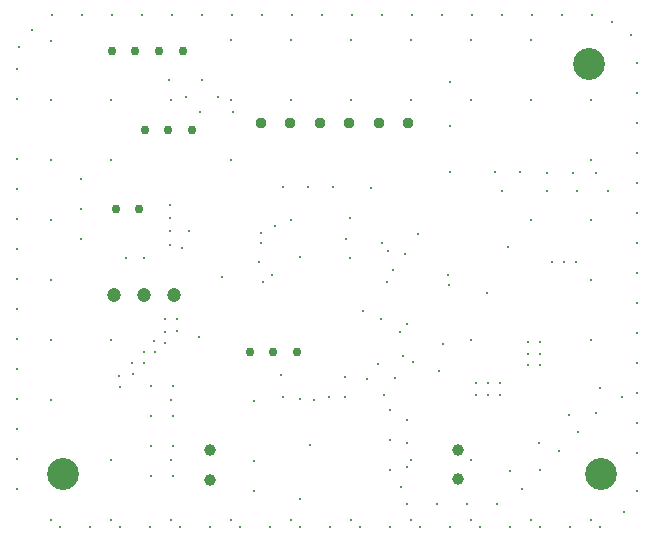
<source format=gbr>
%TF.GenerationSoftware,KiCad,Pcbnew,8.0.8*%
%TF.CreationDate,2025-01-27T14:17:02+01:00*%
%TF.ProjectId,Projet_PAMI_Kicad,50726f6a-6574-45f5-9041-4d495f4b6963,rev?*%
%TF.SameCoordinates,Original*%
%TF.FileFunction,Plated,1,4,PTH,Drill*%
%TF.FilePolarity,Positive*%
%FSLAX46Y46*%
G04 Gerber Fmt 4.6, Leading zero omitted, Abs format (unit mm)*
G04 Created by KiCad (PCBNEW 8.0.8) date 2025-01-27 14:17:02*
%MOMM*%
%LPD*%
G01*
G04 APERTURE LIST*
%TA.AperFunction,ViaDrill*%
%ADD10C,0.300000*%
%TD*%
%TA.AperFunction,ComponentDrill*%
%ADD11C,0.750000*%
%TD*%
%TA.AperFunction,ComponentDrill*%
%ADD12C,0.950000*%
%TD*%
%TA.AperFunction,ComponentDrill*%
%ADD13C,1.000000*%
%TD*%
%TA.AperFunction,ComponentDrill*%
%ADD14C,1.200000*%
%TD*%
%TA.AperFunction,ComponentDrill*%
%ADD15C,2.700000*%
%TD*%
G04 APERTURE END LIST*
D10*
X88600000Y-63400000D03*
X88600000Y-65940000D03*
X88600000Y-71020000D03*
X88600000Y-73560000D03*
X88600000Y-76100000D03*
X88600000Y-78640000D03*
X88600000Y-81180000D03*
X88600000Y-83720000D03*
X88600000Y-86260000D03*
X88600000Y-88800000D03*
X88600000Y-91340000D03*
X88600000Y-93880000D03*
X88600000Y-96420000D03*
X88600000Y-98960000D03*
X88780000Y-61570000D03*
X89850000Y-60060000D03*
X91440000Y-61000000D03*
X91440000Y-66000000D03*
X91440000Y-71100000D03*
X91440000Y-76200000D03*
X91440000Y-81280000D03*
X91440000Y-86360000D03*
X91440000Y-91440000D03*
X91440000Y-101600000D03*
X91500000Y-58800000D03*
X92200000Y-102200000D03*
X94000000Y-72700000D03*
X94000000Y-75240000D03*
X94000000Y-77780000D03*
X94040000Y-58800000D03*
X94740000Y-102200000D03*
X96520000Y-66040000D03*
X96520000Y-71120000D03*
X96520000Y-86360000D03*
X96520000Y-96520000D03*
X96520000Y-101600000D03*
X96580000Y-58800000D03*
X97190000Y-89400000D03*
X97250000Y-90320000D03*
X97280000Y-102200000D03*
X97800000Y-79400000D03*
X98330000Y-88320000D03*
X98390000Y-89240000D03*
X99120000Y-58800000D03*
X99280000Y-87390000D03*
X99300000Y-79400000D03*
X99340000Y-88310000D03*
X99820000Y-102200000D03*
X99900000Y-90200000D03*
X99900000Y-92740000D03*
X99900000Y-95280000D03*
X99900000Y-97820000D03*
X100170000Y-86440000D03*
X100230000Y-87360000D03*
X101060000Y-85670000D03*
X101110000Y-84580000D03*
X101120000Y-86590000D03*
X101400000Y-64300000D03*
X101500000Y-74900000D03*
X101500000Y-76000000D03*
X101500000Y-77100000D03*
X101500000Y-78300000D03*
X101600000Y-66040000D03*
X101600000Y-91440000D03*
X101600000Y-96520000D03*
X101600000Y-101600000D03*
X101660000Y-58800000D03*
X101800000Y-90200000D03*
X101800000Y-92740000D03*
X101800000Y-95280000D03*
X101800000Y-97820000D03*
X102110000Y-84550000D03*
X102120000Y-85580000D03*
X102360000Y-102200000D03*
X102540000Y-78520000D03*
X102900000Y-65800000D03*
X103100000Y-77100000D03*
X104000000Y-86100000D03*
X104100000Y-67000000D03*
X104200000Y-58800000D03*
X104200000Y-64300000D03*
X104900000Y-102200000D03*
X105600000Y-65800000D03*
X105920000Y-81020000D03*
X106680000Y-60960000D03*
X106680000Y-66040000D03*
X106680000Y-71120000D03*
X106680000Y-101600000D03*
X106740000Y-58800000D03*
X106830000Y-67010000D03*
X107440000Y-102200000D03*
X108600000Y-91500000D03*
X108600000Y-96580000D03*
X108600000Y-99120000D03*
X109027002Y-79766270D03*
X109200000Y-77319000D03*
X109200000Y-78119003D03*
X109280000Y-58800000D03*
X109410000Y-81394000D03*
X109980000Y-102200000D03*
X110180000Y-80840000D03*
X110432843Y-76719000D03*
X110900000Y-89300000D03*
X111100000Y-73400000D03*
X111100000Y-91200000D03*
X111760000Y-60960000D03*
X111760000Y-66040000D03*
X111760000Y-76200000D03*
X111760000Y-101600000D03*
X111820000Y-58800000D03*
X112500000Y-91300000D03*
X112500000Y-99800000D03*
X112520000Y-102200000D03*
X112555025Y-79355025D03*
X113200000Y-73400000D03*
X113355025Y-95244975D03*
X113700000Y-91400000D03*
X114360000Y-58800000D03*
X115000000Y-91200000D03*
X115060000Y-102200000D03*
X115300000Y-73400000D03*
X116300000Y-89500000D03*
X116300000Y-91200000D03*
X116400000Y-77800000D03*
X116730000Y-76000000D03*
X116800000Y-79400000D03*
X116840000Y-60960000D03*
X116840000Y-66040000D03*
X116840000Y-101600000D03*
X116900000Y-58800000D03*
X117600000Y-102200000D03*
X117900000Y-83900000D03*
X118190000Y-89680000D03*
X118500000Y-73500000D03*
X119100000Y-88360000D03*
X119400000Y-84600000D03*
X119440000Y-58800000D03*
X119500000Y-78100000D03*
X119600000Y-91000000D03*
X119900000Y-81400000D03*
X120000000Y-78800000D03*
X120140000Y-102200000D03*
X120150000Y-92300000D03*
X120150000Y-94840000D03*
X120150000Y-97380000D03*
X120400000Y-80400000D03*
X120600000Y-89600000D03*
X121000000Y-85700000D03*
X121105000Y-98800000D03*
X121224265Y-87724265D03*
X121400000Y-79100000D03*
X121600000Y-93080000D03*
X121600000Y-95090000D03*
X121600000Y-97120000D03*
X121610000Y-100210000D03*
X121621000Y-85000000D03*
X121920000Y-60960000D03*
X121920000Y-66040000D03*
X121920000Y-96520000D03*
X121920000Y-101600000D03*
X121980000Y-58800000D03*
X122130000Y-88180000D03*
X122500000Y-77400000D03*
X122680000Y-102200000D03*
X124150000Y-100210000D03*
X124290000Y-88950000D03*
X124520000Y-58800000D03*
X124600000Y-86700000D03*
X125098407Y-80869394D03*
X125112944Y-81669265D03*
X125200000Y-64500000D03*
X125200000Y-68200000D03*
X125200000Y-72100000D03*
X125220000Y-102200000D03*
X126690000Y-100210000D03*
X127000000Y-60960000D03*
X127000000Y-66040000D03*
X127000000Y-86360000D03*
X127000000Y-96520000D03*
X127000000Y-101600000D03*
X127060000Y-58800000D03*
X127460000Y-90020000D03*
X127460000Y-91020000D03*
X127760000Y-102200000D03*
X128400000Y-82400000D03*
X128460000Y-90020000D03*
X128460000Y-91020000D03*
X129000000Y-72100000D03*
X129230000Y-100210000D03*
X129460000Y-90020000D03*
X129460000Y-91020000D03*
X129600000Y-58800000D03*
X129600000Y-73700000D03*
X130140000Y-78460000D03*
X130300000Y-97400000D03*
X130300000Y-102200000D03*
X131159000Y-72141000D03*
X131310000Y-98930000D03*
X131870000Y-86490000D03*
X131870000Y-87490000D03*
X131870000Y-88490000D03*
X132080000Y-60960000D03*
X132080000Y-66040000D03*
X132080000Y-76200000D03*
X132080000Y-101600000D03*
X132140000Y-58800000D03*
X132800000Y-95100000D03*
X132840000Y-102200000D03*
X132860000Y-97380000D03*
X132870000Y-86490000D03*
X132870000Y-87490000D03*
X132870000Y-88490000D03*
X133440000Y-73700000D03*
X133450000Y-72180000D03*
X133890000Y-79760000D03*
X134460000Y-95750000D03*
X134680000Y-58800000D03*
X134890000Y-79760000D03*
X135300000Y-92700000D03*
X135380000Y-102200000D03*
X135650000Y-72180000D03*
X135890000Y-79760000D03*
X135980000Y-73700000D03*
X136030000Y-94090000D03*
X137160000Y-66040000D03*
X137160000Y-71120000D03*
X137160000Y-76200000D03*
X137160000Y-81280000D03*
X137160000Y-86360000D03*
X137160000Y-101600000D03*
X137220000Y-58800000D03*
X137550000Y-72180000D03*
X137630000Y-92490000D03*
X137900000Y-90400000D03*
X137920000Y-102200000D03*
X138600000Y-73700000D03*
X138980000Y-59400000D03*
X139800000Y-91200000D03*
X139920000Y-100870000D03*
X140590000Y-60530000D03*
X141090000Y-99160000D03*
X141100000Y-62900000D03*
X141100000Y-65440000D03*
X141100000Y-67980000D03*
X141100000Y-70520000D03*
X141100000Y-73060000D03*
X141100000Y-75600000D03*
X141100000Y-78140000D03*
X141100000Y-80680000D03*
X141100000Y-83220000D03*
X141100000Y-85760000D03*
X141100000Y-88300000D03*
X141100000Y-90840000D03*
X141100000Y-93380000D03*
X141100000Y-95920000D03*
D11*
%TO.C,Uson1*%
X96600000Y-61900000D03*
%TO.C,U1*%
X96917000Y-75269000D03*
%TO.C,Uson1*%
X98600000Y-61900000D03*
%TO.C,U1*%
X98917000Y-75269000D03*
%TO.C,Servo1*%
X99378000Y-68580000D03*
%TO.C,Uson1*%
X100600000Y-61900000D03*
%TO.C,Servo1*%
X101378000Y-68580000D03*
%TO.C,Uson1*%
X102600000Y-61900000D03*
%TO.C,Servo1*%
X103378000Y-68580000D03*
%TO.C,Servo2*%
X108268000Y-87376000D03*
X110268000Y-87376000D03*
X112268000Y-87376000D03*
D12*
%TO.C,IR1*%
X109213000Y-67945000D03*
X111713000Y-67945000D03*
X114213000Y-67945000D03*
X116713000Y-67945000D03*
X119213000Y-67945000D03*
X121713000Y-67945000D03*
D13*
%TO.C,Moteur1*%
X104902000Y-95671000D03*
X104902000Y-98171000D03*
%TO.C,Moteur2*%
X125912000Y-95651000D03*
X125912000Y-98151000D03*
D14*
%TO.C,Regu7v-5v1*%
X96816500Y-82501500D03*
X99356500Y-82501500D03*
X101896500Y-82501500D03*
D15*
%TO.C,H1*%
X92456000Y-97663000D03*
%TO.C,H2*%
X137000000Y-63000000D03*
%TO.C,H3*%
X138000000Y-97663000D03*
M02*

</source>
